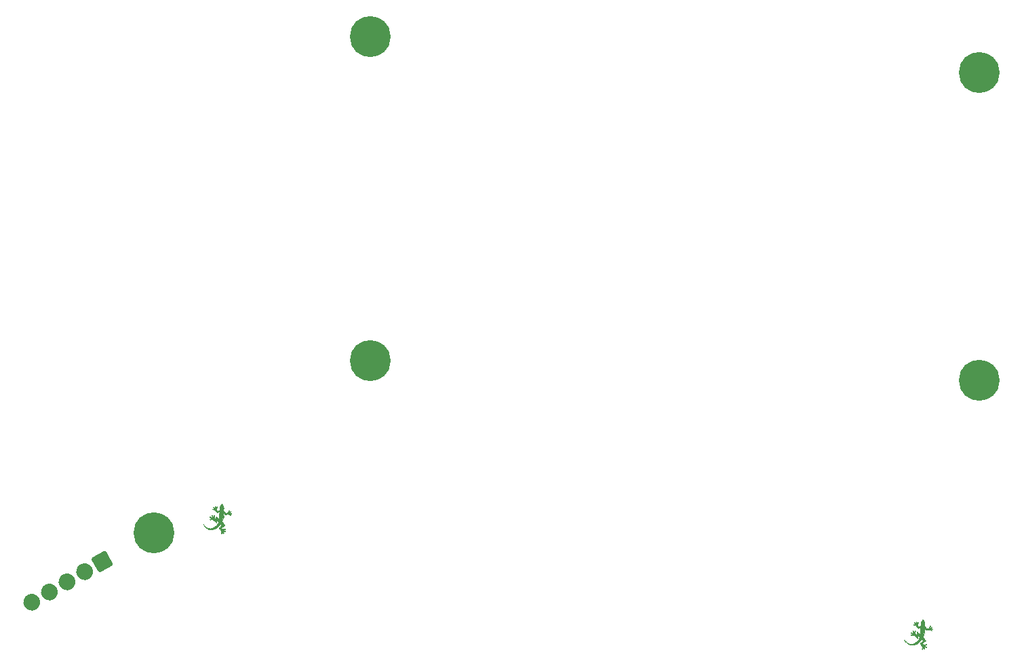
<source format=gts>
G04 #@! TF.GenerationSoftware,KiCad,Pcbnew,(5.1.12-1-10_14)*
G04 #@! TF.CreationDate,2021-12-25T11:36:38+00:00*
G04 #@! TF.ProjectId,SofleKeyboardTopPlate,536f666c-654b-4657-9962-6f617264546f,rev?*
G04 #@! TF.SameCoordinates,Original*
G04 #@! TF.FileFunction,Soldermask,Top*
G04 #@! TF.FilePolarity,Negative*
%FSLAX46Y46*%
G04 Gerber Fmt 4.6, Leading zero omitted, Abs format (unit mm)*
G04 Created by KiCad (PCBNEW (5.1.12-1-10_14)) date 2021-12-25 11:36:38*
%MOMM*%
%LPD*%
G01*
G04 APERTURE LIST*
%ADD10C,0.010000*%
%ADD11C,5.100000*%
G04 APERTURE END LIST*
D10*
G36*
X112468318Y-116856032D02*
G01*
X112496566Y-116900878D01*
X112527606Y-116970368D01*
X112541278Y-117005363D01*
X112563844Y-117061544D01*
X112584741Y-117107842D01*
X112601739Y-117139691D01*
X112612612Y-117152526D01*
X112613125Y-117152595D01*
X112624513Y-117164147D01*
X112628992Y-117195160D01*
X112629000Y-117196792D01*
X112633997Y-117238612D01*
X112646270Y-117283809D01*
X112648708Y-117290243D01*
X112657080Y-117314436D01*
X112661426Y-117339074D01*
X112661778Y-117370171D01*
X112658165Y-117413743D01*
X112650616Y-117475805D01*
X112649658Y-117483171D01*
X112630898Y-117626841D01*
X112771872Y-117811995D01*
X112816855Y-117871074D01*
X112856325Y-117922909D01*
X112887787Y-117964224D01*
X112908748Y-117991744D01*
X112916674Y-118002143D01*
X112930704Y-118002137D01*
X112962604Y-117995278D01*
X113006384Y-117983427D01*
X113056058Y-117968447D01*
X113105637Y-117952200D01*
X113149132Y-117936549D01*
X113180556Y-117923356D01*
X113192376Y-117916398D01*
X113213102Y-117890792D01*
X113237849Y-117849920D01*
X113262846Y-117801484D01*
X113284324Y-117753187D01*
X113298511Y-117712730D01*
X113302100Y-117692268D01*
X113310261Y-117663887D01*
X113329639Y-117650151D01*
X113352574Y-117655704D01*
X113356610Y-117659230D01*
X113364711Y-117677419D01*
X113355756Y-117698844D01*
X113346490Y-117726125D01*
X113340922Y-117766532D01*
X113340200Y-117786571D01*
X113343946Y-117830386D01*
X113356701Y-117854353D01*
X113380732Y-117858956D01*
X113418311Y-117844678D01*
X113468845Y-117813918D01*
X113513550Y-117784694D01*
X113542006Y-117768692D01*
X113558757Y-117764548D01*
X113568347Y-117770898D01*
X113573832Y-117782396D01*
X113575613Y-117810223D01*
X113556343Y-117824436D01*
X113543717Y-117825700D01*
X113521223Y-117835822D01*
X113493807Y-117861034D01*
X113467696Y-117893604D01*
X113449118Y-117925800D01*
X113444172Y-117949289D01*
X113457575Y-117967955D01*
X113485790Y-117988072D01*
X113520392Y-118005490D01*
X113552955Y-118016061D01*
X113575055Y-118015635D01*
X113576715Y-118014560D01*
X113598588Y-118008743D01*
X113621269Y-118016223D01*
X113632097Y-118032685D01*
X113632105Y-118033433D01*
X113623737Y-118063269D01*
X113602707Y-118073722D01*
X113583950Y-118068311D01*
X113551941Y-118058136D01*
X113511157Y-118053960D01*
X113470043Y-118055474D01*
X113437045Y-118062373D01*
X113420648Y-118074245D01*
X113424824Y-118093525D01*
X113442994Y-118121735D01*
X113469145Y-118152156D01*
X113497265Y-118178069D01*
X113521341Y-118192755D01*
X113527810Y-118194000D01*
X113540501Y-118202785D01*
X113540970Y-118222531D01*
X113531464Y-118243321D01*
X113514228Y-118255239D01*
X113513924Y-118255299D01*
X113491724Y-118249040D01*
X113484287Y-118234805D01*
X113470162Y-118218503D01*
X113438302Y-118196374D01*
X113394773Y-118171464D01*
X113345638Y-118146819D01*
X113296963Y-118125484D01*
X113254813Y-118110507D01*
X113225696Y-118104933D01*
X113202049Y-118106720D01*
X113158811Y-118111741D01*
X113101485Y-118119294D01*
X113035573Y-118128677D01*
X113012794Y-118132069D01*
X112948186Y-118141436D01*
X112893188Y-118148728D01*
X112852344Y-118153395D01*
X112830198Y-118154888D01*
X112827582Y-118154461D01*
X112819850Y-118142453D01*
X112801297Y-118112898D01*
X112774459Y-118069852D01*
X112741868Y-118017373D01*
X112731033Y-117999887D01*
X112697281Y-117946209D01*
X112668348Y-117901739D01*
X112646750Y-117870227D01*
X112635004Y-117855425D01*
X112633718Y-117854847D01*
X112633221Y-117868252D01*
X112634225Y-117903575D01*
X112636569Y-117957393D01*
X112640092Y-118026278D01*
X112644630Y-118106805D01*
X112649195Y-118182310D01*
X112669293Y-118505150D01*
X112541235Y-118750899D01*
X112504146Y-118823453D01*
X112472074Y-118888857D01*
X112446605Y-118943654D01*
X112429321Y-118984389D01*
X112421808Y-119007605D01*
X112421914Y-119011249D01*
X112431650Y-119025371D01*
X112454103Y-119056880D01*
X112487019Y-119102643D01*
X112528142Y-119159531D01*
X112575217Y-119224410D01*
X112599930Y-119258386D01*
X112648738Y-119325707D01*
X112692293Y-119386305D01*
X112728431Y-119437125D01*
X112754987Y-119475114D01*
X112769797Y-119497217D01*
X112772128Y-119501381D01*
X112763186Y-119511580D01*
X112736520Y-119534363D01*
X112695007Y-119567460D01*
X112641525Y-119608601D01*
X112578953Y-119655513D01*
X112546450Y-119679476D01*
X112480158Y-119728368D01*
X112421118Y-119772442D01*
X112372304Y-119809436D01*
X112336686Y-119837088D01*
X112317237Y-119853136D01*
X112314524Y-119856032D01*
X112321771Y-119869292D01*
X112345480Y-119890562D01*
X112379775Y-119915763D01*
X112418777Y-119940821D01*
X112456608Y-119961657D01*
X112482950Y-119972839D01*
X112528836Y-119981922D01*
X112594894Y-119986321D01*
X112660750Y-119986175D01*
X112721907Y-119983721D01*
X112763276Y-119979641D01*
X112790462Y-119972895D01*
X112809070Y-119962443D01*
X112814715Y-119957604D01*
X112835302Y-119941050D01*
X112849568Y-119942003D01*
X112863071Y-119953885D01*
X112877095Y-119977517D01*
X112877380Y-119993726D01*
X112871043Y-120013187D01*
X112870300Y-120017488D01*
X112859231Y-120021205D01*
X112832531Y-120022798D01*
X112831777Y-120022800D01*
X112798477Y-120028577D01*
X112755350Y-120043359D01*
X112729393Y-120055161D01*
X112692523Y-120075540D01*
X112674043Y-120092044D01*
X112668813Y-120110357D01*
X112669490Y-120121379D01*
X112677655Y-120144615D01*
X112699454Y-120166699D01*
X112739752Y-120192414D01*
X112744498Y-120195095D01*
X112787395Y-120217607D01*
X112826172Y-120235330D01*
X112847872Y-120243067D01*
X112878086Y-120259217D01*
X112890480Y-120283960D01*
X112881664Y-120310159D01*
X112856736Y-120325852D01*
X112830588Y-120323340D01*
X112813604Y-120303630D01*
X112813580Y-120303557D01*
X112801439Y-120287989D01*
X112773234Y-120275518D01*
X112724350Y-120264119D01*
X112723189Y-120263899D01*
X112678200Y-120256096D01*
X112651146Y-120254285D01*
X112635149Y-120259023D01*
X112623334Y-120270867D01*
X112622418Y-120272067D01*
X112610412Y-120291540D01*
X112605086Y-120313828D01*
X112605776Y-120346397D01*
X112611529Y-120394609D01*
X112620705Y-120435200D01*
X112635434Y-120455337D01*
X112643307Y-120458700D01*
X112659654Y-120468329D01*
X112658173Y-120489066D01*
X112656220Y-120494693D01*
X112637518Y-120521723D01*
X112613584Y-120529086D01*
X112592108Y-120516570D01*
X112582858Y-120496699D01*
X112572533Y-120464443D01*
X112555996Y-120421388D01*
X112545199Y-120395925D01*
X112523494Y-120354148D01*
X112502400Y-120331869D01*
X112483907Y-120324674D01*
X112465938Y-120323182D01*
X112453424Y-120330440D01*
X112442552Y-120351456D01*
X112429509Y-120391235D01*
X112427077Y-120399305D01*
X112415515Y-120445116D01*
X112409396Y-120484470D01*
X112409781Y-120506780D01*
X112407636Y-120534634D01*
X112389993Y-120551417D01*
X112365441Y-120554110D01*
X112342573Y-120539697D01*
X112337613Y-120532133D01*
X112332358Y-120507782D01*
X112344852Y-120491370D01*
X112353811Y-120480222D01*
X112358885Y-120461795D01*
X112360451Y-120431159D01*
X112358886Y-120383383D01*
X112356369Y-120340811D01*
X112352863Y-120290646D01*
X112348217Y-120250358D01*
X112340348Y-120215756D01*
X112327173Y-120182648D01*
X112306611Y-120146843D01*
X112276578Y-120104149D01*
X112234991Y-120050374D01*
X112179767Y-119981327D01*
X112174478Y-119974744D01*
X112142793Y-119936556D01*
X112118581Y-119907072D01*
X112103060Y-119883175D01*
X112097445Y-119861746D01*
X112102952Y-119839667D01*
X112120798Y-119813818D01*
X112152198Y-119781081D01*
X112198368Y-119738338D01*
X112260525Y-119682471D01*
X112303648Y-119643490D01*
X112479946Y-119483215D01*
X112374883Y-119384707D01*
X112332446Y-119345541D01*
X112296790Y-119313801D01*
X112271922Y-119292976D01*
X112262084Y-119286448D01*
X112252540Y-119296630D01*
X112232898Y-119323920D01*
X112206327Y-119363764D01*
X112184966Y-119397224D01*
X112125908Y-119480294D01*
X112051258Y-119568610D01*
X111967686Y-119655183D01*
X111881860Y-119733026D01*
X111814314Y-119785560D01*
X111744594Y-119829960D01*
X111661176Y-119875371D01*
X111572621Y-119917697D01*
X111487488Y-119952837D01*
X111416150Y-119976214D01*
X111330402Y-119994799D01*
X111233572Y-120008921D01*
X111135518Y-120017588D01*
X111046103Y-120019808D01*
X111002867Y-120017816D01*
X110850972Y-119992813D01*
X110704418Y-119944030D01*
X110565297Y-119872877D01*
X110435702Y-119780765D01*
X110317724Y-119669106D01*
X110213454Y-119539309D01*
X110153483Y-119444950D01*
X110124210Y-119394150D01*
X110159446Y-119438600D01*
X110202444Y-119488400D01*
X110257761Y-119546071D01*
X110319775Y-119606340D01*
X110382862Y-119663931D01*
X110441399Y-119713569D01*
X110489763Y-119749981D01*
X110495400Y-119753721D01*
X110621824Y-119822651D01*
X110754971Y-119870911D01*
X110891051Y-119897852D01*
X111026274Y-119902823D01*
X111156851Y-119885173D01*
X111197955Y-119874369D01*
X111277725Y-119845860D01*
X111367993Y-119805771D01*
X111459584Y-119758592D01*
X111543325Y-119708812D01*
X111563337Y-119695550D01*
X111631796Y-119645689D01*
X111693117Y-119593145D01*
X111750341Y-119534288D01*
X111806512Y-119465490D01*
X111864670Y-119383122D01*
X111927859Y-119283556D01*
X111975154Y-119204344D01*
X112049200Y-119078039D01*
X111929525Y-118966936D01*
X111884749Y-118926694D01*
X111847051Y-118895325D01*
X111819951Y-118875572D01*
X111806967Y-118870175D01*
X111806388Y-118870991D01*
X111803936Y-118888795D01*
X111799714Y-118926592D01*
X111794284Y-118979084D01*
X111788212Y-119040971D01*
X111787338Y-119050129D01*
X111771750Y-119214109D01*
X111567948Y-119017576D01*
X111498935Y-118951500D01*
X111444894Y-118901121D01*
X111402920Y-118864089D01*
X111370107Y-118838058D01*
X111343550Y-118820680D01*
X111320343Y-118809608D01*
X111303751Y-118804132D01*
X111258100Y-118796084D01*
X111201559Y-118792868D01*
X111141141Y-118794064D01*
X111083857Y-118799253D01*
X111036719Y-118808016D01*
X111006737Y-118819934D01*
X111004069Y-118822043D01*
X110983436Y-118834646D01*
X110962959Y-118827093D01*
X110959856Y-118824883D01*
X110942131Y-118800751D01*
X110944941Y-118776377D01*
X110965741Y-118760520D01*
X110979151Y-118758509D01*
X111009008Y-118753155D01*
X111049243Y-118740243D01*
X111091479Y-118723207D01*
X111127340Y-118705477D01*
X111148451Y-118690486D01*
X111149921Y-118688536D01*
X111155294Y-118658468D01*
X111135513Y-118626683D01*
X111090754Y-118593400D01*
X111064154Y-118578828D01*
X111020867Y-118557441D01*
X110984190Y-118540466D01*
X110962125Y-118531602D01*
X110943911Y-118515337D01*
X110941380Y-118488868D01*
X110955140Y-118463239D01*
X110980798Y-118448845D01*
X111001716Y-118457471D01*
X111009285Y-118471935D01*
X111024965Y-118489818D01*
X111061654Y-118506069D01*
X111095866Y-118515859D01*
X111139206Y-118526226D01*
X111165495Y-118529600D01*
X111182190Y-118525658D01*
X111196749Y-118514075D01*
X111199523Y-118511347D01*
X111216271Y-118479710D01*
X111222718Y-118435250D01*
X111219215Y-118388065D01*
X111206112Y-118348249D01*
X111193287Y-118331664D01*
X111171269Y-118302124D01*
X111173407Y-118273306D01*
X111182270Y-118261509D01*
X111204803Y-118252544D01*
X111229280Y-118258461D01*
X111243943Y-118275549D01*
X111244698Y-118281206D01*
X111249561Y-118302947D01*
X111262284Y-118339628D01*
X111279274Y-118381325D01*
X111299313Y-118424297D01*
X111315211Y-118448435D01*
X111331327Y-118458838D01*
X111347115Y-118460700D01*
X111366407Y-118458006D01*
X111380029Y-118446183D01*
X111392163Y-118419615D01*
X111403165Y-118385438D01*
X111414289Y-118340956D01*
X111419745Y-118302878D01*
X111419022Y-118283672D01*
X111421827Y-118256694D01*
X111440511Y-118240385D01*
X111466304Y-118239270D01*
X111484058Y-118250115D01*
X111497503Y-118270616D01*
X111490508Y-118293045D01*
X111488926Y-118295632D01*
X111480985Y-118322301D01*
X111475677Y-118370609D01*
X111473369Y-118436894D01*
X111473300Y-118452131D01*
X111473300Y-118583608D01*
X111571458Y-118719758D01*
X111607263Y-118769889D01*
X111634070Y-118805877D01*
X111653623Y-118826241D01*
X111667662Y-118829498D01*
X111677930Y-118814168D01*
X111686169Y-118778767D01*
X111694120Y-118721814D01*
X111703526Y-118641826D01*
X111708023Y-118603575D01*
X111716427Y-118536901D01*
X111724476Y-118480172D01*
X111731487Y-118437697D01*
X111736776Y-118413783D01*
X111738708Y-118410104D01*
X111750028Y-118418297D01*
X111777170Y-118441038D01*
X111817184Y-118475761D01*
X111867122Y-118519903D01*
X111924035Y-118570897D01*
X111935815Y-118581530D01*
X111993385Y-118633288D01*
X112044192Y-118678453D01*
X112085381Y-118714530D01*
X112114097Y-118739023D01*
X112127485Y-118749436D01*
X112128083Y-118749601D01*
X112128331Y-118736505D01*
X112127091Y-118702703D01*
X112124581Y-118652832D01*
X112121018Y-118591527D01*
X112119589Y-118568650D01*
X112116029Y-118500195D01*
X112114622Y-118435160D01*
X112115542Y-118367824D01*
X112118965Y-118292471D01*
X112125064Y-118203382D01*
X112134016Y-118094839D01*
X112134101Y-118093862D01*
X112141220Y-118009940D01*
X112147255Y-117934878D01*
X112151948Y-117872233D01*
X112155040Y-117825560D01*
X112156273Y-117798417D01*
X112155988Y-117792954D01*
X112144089Y-117797274D01*
X112114466Y-117811906D01*
X112071473Y-117834606D01*
X112019465Y-117863130D01*
X112014917Y-117865667D01*
X111962449Y-117894523D01*
X111918725Y-117917695D01*
X111888069Y-117932956D01*
X111874803Y-117938078D01*
X111874616Y-117937975D01*
X111854327Y-117912222D01*
X111822400Y-117874131D01*
X111782149Y-117827416D01*
X111736886Y-117775791D01*
X111689926Y-117722970D01*
X111644580Y-117672667D01*
X111604163Y-117628596D01*
X111571988Y-117594470D01*
X111551367Y-117574004D01*
X111546372Y-117570026D01*
X111503066Y-117550180D01*
X111452672Y-117532003D01*
X111402080Y-117517384D01*
X111358179Y-117508210D01*
X111327857Y-117506370D01*
X111320858Y-117508222D01*
X111295879Y-117510383D01*
X111277010Y-117495098D01*
X111272677Y-117470218D01*
X111274276Y-117464834D01*
X111283239Y-117455451D01*
X111304184Y-117451194D01*
X111342167Y-117451504D01*
X111375374Y-117453660D01*
X111423577Y-117456864D01*
X111452295Y-117456548D01*
X111467347Y-117451407D01*
X111474553Y-117440136D01*
X111477294Y-117430797D01*
X111478213Y-117402641D01*
X111464785Y-117371205D01*
X111434631Y-117332287D01*
X111402306Y-117298352D01*
X111373490Y-117262940D01*
X111364746Y-117235914D01*
X111376240Y-117219707D01*
X111396701Y-117216100D01*
X111418406Y-117224952D01*
X111422522Y-117238325D01*
X111433272Y-117259368D01*
X111460191Y-117283479D01*
X111495337Y-117305735D01*
X111530765Y-117321215D01*
X111558536Y-117325000D01*
X111561327Y-117324326D01*
X111581459Y-117306677D01*
X111598788Y-117273074D01*
X111610375Y-117232960D01*
X111613278Y-117195780D01*
X111607775Y-117175141D01*
X111601760Y-117150657D01*
X111609289Y-117138530D01*
X111632176Y-117128958D01*
X111652915Y-117138782D01*
X111662483Y-117162944D01*
X111662337Y-117168273D01*
X111661253Y-117197843D01*
X111661328Y-117240178D01*
X111661824Y-117262243D01*
X111664924Y-117302675D01*
X111672669Y-117324301D01*
X111687455Y-117333617D01*
X111688233Y-117333826D01*
X111710788Y-117328149D01*
X111738993Y-117305866D01*
X111767127Y-117273085D01*
X111789466Y-117235913D01*
X111796435Y-117218350D01*
X111811931Y-117195779D01*
X111833036Y-117193134D01*
X111856453Y-117204634D01*
X111864321Y-117224096D01*
X111854543Y-117242056D01*
X111844930Y-117246792D01*
X111830385Y-117261956D01*
X111812517Y-117295496D01*
X111793629Y-117341017D01*
X111776025Y-117392127D01*
X111762009Y-117442432D01*
X111753885Y-117485538D01*
X111752752Y-117502606D01*
X111760653Y-117534520D01*
X111783229Y-117582604D01*
X111818888Y-117643517D01*
X111823230Y-117650371D01*
X111893655Y-117760792D01*
X112029552Y-117689703D01*
X112083038Y-117661472D01*
X112128262Y-117637129D01*
X112160464Y-117619270D01*
X112174881Y-117610489D01*
X112174889Y-117610482D01*
X112177779Y-117595248D01*
X112178334Y-117560246D01*
X112176605Y-117510997D01*
X112173511Y-117463748D01*
X112169100Y-117399974D01*
X112167905Y-117355072D01*
X112170347Y-117322671D01*
X112176844Y-117296398D01*
X112186018Y-117273798D01*
X112200996Y-117231579D01*
X112209144Y-117190687D01*
X112209621Y-117182106D01*
X112215970Y-117148906D01*
X112229930Y-117137656D01*
X112243269Y-117124905D01*
X112263877Y-117093243D01*
X112289088Y-117047136D01*
X112312016Y-117000200D01*
X112350707Y-116922369D01*
X112384056Y-116869000D01*
X112413690Y-116840130D01*
X112441235Y-116835795D01*
X112468318Y-116856032D01*
G37*
X112468318Y-116856032D02*
X112496566Y-116900878D01*
X112527606Y-116970368D01*
X112541278Y-117005363D01*
X112563844Y-117061544D01*
X112584741Y-117107842D01*
X112601739Y-117139691D01*
X112612612Y-117152526D01*
X112613125Y-117152595D01*
X112624513Y-117164147D01*
X112628992Y-117195160D01*
X112629000Y-117196792D01*
X112633997Y-117238612D01*
X112646270Y-117283809D01*
X112648708Y-117290243D01*
X112657080Y-117314436D01*
X112661426Y-117339074D01*
X112661778Y-117370171D01*
X112658165Y-117413743D01*
X112650616Y-117475805D01*
X112649658Y-117483171D01*
X112630898Y-117626841D01*
X112771872Y-117811995D01*
X112816855Y-117871074D01*
X112856325Y-117922909D01*
X112887787Y-117964224D01*
X112908748Y-117991744D01*
X112916674Y-118002143D01*
X112930704Y-118002137D01*
X112962604Y-117995278D01*
X113006384Y-117983427D01*
X113056058Y-117968447D01*
X113105637Y-117952200D01*
X113149132Y-117936549D01*
X113180556Y-117923356D01*
X113192376Y-117916398D01*
X113213102Y-117890792D01*
X113237849Y-117849920D01*
X113262846Y-117801484D01*
X113284324Y-117753187D01*
X113298511Y-117712730D01*
X113302100Y-117692268D01*
X113310261Y-117663887D01*
X113329639Y-117650151D01*
X113352574Y-117655704D01*
X113356610Y-117659230D01*
X113364711Y-117677419D01*
X113355756Y-117698844D01*
X113346490Y-117726125D01*
X113340922Y-117766532D01*
X113340200Y-117786571D01*
X113343946Y-117830386D01*
X113356701Y-117854353D01*
X113380732Y-117858956D01*
X113418311Y-117844678D01*
X113468845Y-117813918D01*
X113513550Y-117784694D01*
X113542006Y-117768692D01*
X113558757Y-117764548D01*
X113568347Y-117770898D01*
X113573832Y-117782396D01*
X113575613Y-117810223D01*
X113556343Y-117824436D01*
X113543717Y-117825700D01*
X113521223Y-117835822D01*
X113493807Y-117861034D01*
X113467696Y-117893604D01*
X113449118Y-117925800D01*
X113444172Y-117949289D01*
X113457575Y-117967955D01*
X113485790Y-117988072D01*
X113520392Y-118005490D01*
X113552955Y-118016061D01*
X113575055Y-118015635D01*
X113576715Y-118014560D01*
X113598588Y-118008743D01*
X113621269Y-118016223D01*
X113632097Y-118032685D01*
X113632105Y-118033433D01*
X113623737Y-118063269D01*
X113602707Y-118073722D01*
X113583950Y-118068311D01*
X113551941Y-118058136D01*
X113511157Y-118053960D01*
X113470043Y-118055474D01*
X113437045Y-118062373D01*
X113420648Y-118074245D01*
X113424824Y-118093525D01*
X113442994Y-118121735D01*
X113469145Y-118152156D01*
X113497265Y-118178069D01*
X113521341Y-118192755D01*
X113527810Y-118194000D01*
X113540501Y-118202785D01*
X113540970Y-118222531D01*
X113531464Y-118243321D01*
X113514228Y-118255239D01*
X113513924Y-118255299D01*
X113491724Y-118249040D01*
X113484287Y-118234805D01*
X113470162Y-118218503D01*
X113438302Y-118196374D01*
X113394773Y-118171464D01*
X113345638Y-118146819D01*
X113296963Y-118125484D01*
X113254813Y-118110507D01*
X113225696Y-118104933D01*
X113202049Y-118106720D01*
X113158811Y-118111741D01*
X113101485Y-118119294D01*
X113035573Y-118128677D01*
X113012794Y-118132069D01*
X112948186Y-118141436D01*
X112893188Y-118148728D01*
X112852344Y-118153395D01*
X112830198Y-118154888D01*
X112827582Y-118154461D01*
X112819850Y-118142453D01*
X112801297Y-118112898D01*
X112774459Y-118069852D01*
X112741868Y-118017373D01*
X112731033Y-117999887D01*
X112697281Y-117946209D01*
X112668348Y-117901739D01*
X112646750Y-117870227D01*
X112635004Y-117855425D01*
X112633718Y-117854847D01*
X112633221Y-117868252D01*
X112634225Y-117903575D01*
X112636569Y-117957393D01*
X112640092Y-118026278D01*
X112644630Y-118106805D01*
X112649195Y-118182310D01*
X112669293Y-118505150D01*
X112541235Y-118750899D01*
X112504146Y-118823453D01*
X112472074Y-118888857D01*
X112446605Y-118943654D01*
X112429321Y-118984389D01*
X112421808Y-119007605D01*
X112421914Y-119011249D01*
X112431650Y-119025371D01*
X112454103Y-119056880D01*
X112487019Y-119102643D01*
X112528142Y-119159531D01*
X112575217Y-119224410D01*
X112599930Y-119258386D01*
X112648738Y-119325707D01*
X112692293Y-119386305D01*
X112728431Y-119437125D01*
X112754987Y-119475114D01*
X112769797Y-119497217D01*
X112772128Y-119501381D01*
X112763186Y-119511580D01*
X112736520Y-119534363D01*
X112695007Y-119567460D01*
X112641525Y-119608601D01*
X112578953Y-119655513D01*
X112546450Y-119679476D01*
X112480158Y-119728368D01*
X112421118Y-119772442D01*
X112372304Y-119809436D01*
X112336686Y-119837088D01*
X112317237Y-119853136D01*
X112314524Y-119856032D01*
X112321771Y-119869292D01*
X112345480Y-119890562D01*
X112379775Y-119915763D01*
X112418777Y-119940821D01*
X112456608Y-119961657D01*
X112482950Y-119972839D01*
X112528836Y-119981922D01*
X112594894Y-119986321D01*
X112660750Y-119986175D01*
X112721907Y-119983721D01*
X112763276Y-119979641D01*
X112790462Y-119972895D01*
X112809070Y-119962443D01*
X112814715Y-119957604D01*
X112835302Y-119941050D01*
X112849568Y-119942003D01*
X112863071Y-119953885D01*
X112877095Y-119977517D01*
X112877380Y-119993726D01*
X112871043Y-120013187D01*
X112870300Y-120017488D01*
X112859231Y-120021205D01*
X112832531Y-120022798D01*
X112831777Y-120022800D01*
X112798477Y-120028577D01*
X112755350Y-120043359D01*
X112729393Y-120055161D01*
X112692523Y-120075540D01*
X112674043Y-120092044D01*
X112668813Y-120110357D01*
X112669490Y-120121379D01*
X112677655Y-120144615D01*
X112699454Y-120166699D01*
X112739752Y-120192414D01*
X112744498Y-120195095D01*
X112787395Y-120217607D01*
X112826172Y-120235330D01*
X112847872Y-120243067D01*
X112878086Y-120259217D01*
X112890480Y-120283960D01*
X112881664Y-120310159D01*
X112856736Y-120325852D01*
X112830588Y-120323340D01*
X112813604Y-120303630D01*
X112813580Y-120303557D01*
X112801439Y-120287989D01*
X112773234Y-120275518D01*
X112724350Y-120264119D01*
X112723189Y-120263899D01*
X112678200Y-120256096D01*
X112651146Y-120254285D01*
X112635149Y-120259023D01*
X112623334Y-120270867D01*
X112622418Y-120272067D01*
X112610412Y-120291540D01*
X112605086Y-120313828D01*
X112605776Y-120346397D01*
X112611529Y-120394609D01*
X112620705Y-120435200D01*
X112635434Y-120455337D01*
X112643307Y-120458700D01*
X112659654Y-120468329D01*
X112658173Y-120489066D01*
X112656220Y-120494693D01*
X112637518Y-120521723D01*
X112613584Y-120529086D01*
X112592108Y-120516570D01*
X112582858Y-120496699D01*
X112572533Y-120464443D01*
X112555996Y-120421388D01*
X112545199Y-120395925D01*
X112523494Y-120354148D01*
X112502400Y-120331869D01*
X112483907Y-120324674D01*
X112465938Y-120323182D01*
X112453424Y-120330440D01*
X112442552Y-120351456D01*
X112429509Y-120391235D01*
X112427077Y-120399305D01*
X112415515Y-120445116D01*
X112409396Y-120484470D01*
X112409781Y-120506780D01*
X112407636Y-120534634D01*
X112389993Y-120551417D01*
X112365441Y-120554110D01*
X112342573Y-120539697D01*
X112337613Y-120532133D01*
X112332358Y-120507782D01*
X112344852Y-120491370D01*
X112353811Y-120480222D01*
X112358885Y-120461795D01*
X112360451Y-120431159D01*
X112358886Y-120383383D01*
X112356369Y-120340811D01*
X112352863Y-120290646D01*
X112348217Y-120250358D01*
X112340348Y-120215756D01*
X112327173Y-120182648D01*
X112306611Y-120146843D01*
X112276578Y-120104149D01*
X112234991Y-120050374D01*
X112179767Y-119981327D01*
X112174478Y-119974744D01*
X112142793Y-119936556D01*
X112118581Y-119907072D01*
X112103060Y-119883175D01*
X112097445Y-119861746D01*
X112102952Y-119839667D01*
X112120798Y-119813818D01*
X112152198Y-119781081D01*
X112198368Y-119738338D01*
X112260525Y-119682471D01*
X112303648Y-119643490D01*
X112479946Y-119483215D01*
X112374883Y-119384707D01*
X112332446Y-119345541D01*
X112296790Y-119313801D01*
X112271922Y-119292976D01*
X112262084Y-119286448D01*
X112252540Y-119296630D01*
X112232898Y-119323920D01*
X112206327Y-119363764D01*
X112184966Y-119397224D01*
X112125908Y-119480294D01*
X112051258Y-119568610D01*
X111967686Y-119655183D01*
X111881860Y-119733026D01*
X111814314Y-119785560D01*
X111744594Y-119829960D01*
X111661176Y-119875371D01*
X111572621Y-119917697D01*
X111487488Y-119952837D01*
X111416150Y-119976214D01*
X111330402Y-119994799D01*
X111233572Y-120008921D01*
X111135518Y-120017588D01*
X111046103Y-120019808D01*
X111002867Y-120017816D01*
X110850972Y-119992813D01*
X110704418Y-119944030D01*
X110565297Y-119872877D01*
X110435702Y-119780765D01*
X110317724Y-119669106D01*
X110213454Y-119539309D01*
X110153483Y-119444950D01*
X110124210Y-119394150D01*
X110159446Y-119438600D01*
X110202444Y-119488400D01*
X110257761Y-119546071D01*
X110319775Y-119606340D01*
X110382862Y-119663931D01*
X110441399Y-119713569D01*
X110489763Y-119749981D01*
X110495400Y-119753721D01*
X110621824Y-119822651D01*
X110754971Y-119870911D01*
X110891051Y-119897852D01*
X111026274Y-119902823D01*
X111156851Y-119885173D01*
X111197955Y-119874369D01*
X111277725Y-119845860D01*
X111367993Y-119805771D01*
X111459584Y-119758592D01*
X111543325Y-119708812D01*
X111563337Y-119695550D01*
X111631796Y-119645689D01*
X111693117Y-119593145D01*
X111750341Y-119534288D01*
X111806512Y-119465490D01*
X111864670Y-119383122D01*
X111927859Y-119283556D01*
X111975154Y-119204344D01*
X112049200Y-119078039D01*
X111929525Y-118966936D01*
X111884749Y-118926694D01*
X111847051Y-118895325D01*
X111819951Y-118875572D01*
X111806967Y-118870175D01*
X111806388Y-118870991D01*
X111803936Y-118888795D01*
X111799714Y-118926592D01*
X111794284Y-118979084D01*
X111788212Y-119040971D01*
X111787338Y-119050129D01*
X111771750Y-119214109D01*
X111567948Y-119017576D01*
X111498935Y-118951500D01*
X111444894Y-118901121D01*
X111402920Y-118864089D01*
X111370107Y-118838058D01*
X111343550Y-118820680D01*
X111320343Y-118809608D01*
X111303751Y-118804132D01*
X111258100Y-118796084D01*
X111201559Y-118792868D01*
X111141141Y-118794064D01*
X111083857Y-118799253D01*
X111036719Y-118808016D01*
X111006737Y-118819934D01*
X111004069Y-118822043D01*
X110983436Y-118834646D01*
X110962959Y-118827093D01*
X110959856Y-118824883D01*
X110942131Y-118800751D01*
X110944941Y-118776377D01*
X110965741Y-118760520D01*
X110979151Y-118758509D01*
X111009008Y-118753155D01*
X111049243Y-118740243D01*
X111091479Y-118723207D01*
X111127340Y-118705477D01*
X111148451Y-118690486D01*
X111149921Y-118688536D01*
X111155294Y-118658468D01*
X111135513Y-118626683D01*
X111090754Y-118593400D01*
X111064154Y-118578828D01*
X111020867Y-118557441D01*
X110984190Y-118540466D01*
X110962125Y-118531602D01*
X110943911Y-118515337D01*
X110941380Y-118488868D01*
X110955140Y-118463239D01*
X110980798Y-118448845D01*
X111001716Y-118457471D01*
X111009285Y-118471935D01*
X111024965Y-118489818D01*
X111061654Y-118506069D01*
X111095866Y-118515859D01*
X111139206Y-118526226D01*
X111165495Y-118529600D01*
X111182190Y-118525658D01*
X111196749Y-118514075D01*
X111199523Y-118511347D01*
X111216271Y-118479710D01*
X111222718Y-118435250D01*
X111219215Y-118388065D01*
X111206112Y-118348249D01*
X111193287Y-118331664D01*
X111171269Y-118302124D01*
X111173407Y-118273306D01*
X111182270Y-118261509D01*
X111204803Y-118252544D01*
X111229280Y-118258461D01*
X111243943Y-118275549D01*
X111244698Y-118281206D01*
X111249561Y-118302947D01*
X111262284Y-118339628D01*
X111279274Y-118381325D01*
X111299313Y-118424297D01*
X111315211Y-118448435D01*
X111331327Y-118458838D01*
X111347115Y-118460700D01*
X111366407Y-118458006D01*
X111380029Y-118446183D01*
X111392163Y-118419615D01*
X111403165Y-118385438D01*
X111414289Y-118340956D01*
X111419745Y-118302878D01*
X111419022Y-118283672D01*
X111421827Y-118256694D01*
X111440511Y-118240385D01*
X111466304Y-118239270D01*
X111484058Y-118250115D01*
X111497503Y-118270616D01*
X111490508Y-118293045D01*
X111488926Y-118295632D01*
X111480985Y-118322301D01*
X111475677Y-118370609D01*
X111473369Y-118436894D01*
X111473300Y-118452131D01*
X111473300Y-118583608D01*
X111571458Y-118719758D01*
X111607263Y-118769889D01*
X111634070Y-118805877D01*
X111653623Y-118826241D01*
X111667662Y-118829498D01*
X111677930Y-118814168D01*
X111686169Y-118778767D01*
X111694120Y-118721814D01*
X111703526Y-118641826D01*
X111708023Y-118603575D01*
X111716427Y-118536901D01*
X111724476Y-118480172D01*
X111731487Y-118437697D01*
X111736776Y-118413783D01*
X111738708Y-118410104D01*
X111750028Y-118418297D01*
X111777170Y-118441038D01*
X111817184Y-118475761D01*
X111867122Y-118519903D01*
X111924035Y-118570897D01*
X111935815Y-118581530D01*
X111993385Y-118633288D01*
X112044192Y-118678453D01*
X112085381Y-118714530D01*
X112114097Y-118739023D01*
X112127485Y-118749436D01*
X112128083Y-118749601D01*
X112128331Y-118736505D01*
X112127091Y-118702703D01*
X112124581Y-118652832D01*
X112121018Y-118591527D01*
X112119589Y-118568650D01*
X112116029Y-118500195D01*
X112114622Y-118435160D01*
X112115542Y-118367824D01*
X112118965Y-118292471D01*
X112125064Y-118203382D01*
X112134016Y-118094839D01*
X112134101Y-118093862D01*
X112141220Y-118009940D01*
X112147255Y-117934878D01*
X112151948Y-117872233D01*
X112155040Y-117825560D01*
X112156273Y-117798417D01*
X112155988Y-117792954D01*
X112144089Y-117797274D01*
X112114466Y-117811906D01*
X112071473Y-117834606D01*
X112019465Y-117863130D01*
X112014917Y-117865667D01*
X111962449Y-117894523D01*
X111918725Y-117917695D01*
X111888069Y-117932956D01*
X111874803Y-117938078D01*
X111874616Y-117937975D01*
X111854327Y-117912222D01*
X111822400Y-117874131D01*
X111782149Y-117827416D01*
X111736886Y-117775791D01*
X111689926Y-117722970D01*
X111644580Y-117672667D01*
X111604163Y-117628596D01*
X111571988Y-117594470D01*
X111551367Y-117574004D01*
X111546372Y-117570026D01*
X111503066Y-117550180D01*
X111452672Y-117532003D01*
X111402080Y-117517384D01*
X111358179Y-117508210D01*
X111327857Y-117506370D01*
X111320858Y-117508222D01*
X111295879Y-117510383D01*
X111277010Y-117495098D01*
X111272677Y-117470218D01*
X111274276Y-117464834D01*
X111283239Y-117455451D01*
X111304184Y-117451194D01*
X111342167Y-117451504D01*
X111375374Y-117453660D01*
X111423577Y-117456864D01*
X111452295Y-117456548D01*
X111467347Y-117451407D01*
X111474553Y-117440136D01*
X111477294Y-117430797D01*
X111478213Y-117402641D01*
X111464785Y-117371205D01*
X111434631Y-117332287D01*
X111402306Y-117298352D01*
X111373490Y-117262940D01*
X111364746Y-117235914D01*
X111376240Y-117219707D01*
X111396701Y-117216100D01*
X111418406Y-117224952D01*
X111422522Y-117238325D01*
X111433272Y-117259368D01*
X111460191Y-117283479D01*
X111495337Y-117305735D01*
X111530765Y-117321215D01*
X111558536Y-117325000D01*
X111561327Y-117324326D01*
X111581459Y-117306677D01*
X111598788Y-117273074D01*
X111610375Y-117232960D01*
X111613278Y-117195780D01*
X111607775Y-117175141D01*
X111601760Y-117150657D01*
X111609289Y-117138530D01*
X111632176Y-117128958D01*
X111652915Y-117138782D01*
X111662483Y-117162944D01*
X111662337Y-117168273D01*
X111661253Y-117197843D01*
X111661328Y-117240178D01*
X111661824Y-117262243D01*
X111664924Y-117302675D01*
X111672669Y-117324301D01*
X111687455Y-117333617D01*
X111688233Y-117333826D01*
X111710788Y-117328149D01*
X111738993Y-117305866D01*
X111767127Y-117273085D01*
X111789466Y-117235913D01*
X111796435Y-117218350D01*
X111811931Y-117195779D01*
X111833036Y-117193134D01*
X111856453Y-117204634D01*
X111864321Y-117224096D01*
X111854543Y-117242056D01*
X111844930Y-117246792D01*
X111830385Y-117261956D01*
X111812517Y-117295496D01*
X111793629Y-117341017D01*
X111776025Y-117392127D01*
X111762009Y-117442432D01*
X111753885Y-117485538D01*
X111752752Y-117502606D01*
X111760653Y-117534520D01*
X111783229Y-117582604D01*
X111818888Y-117643517D01*
X111823230Y-117650371D01*
X111893655Y-117760792D01*
X112029552Y-117689703D01*
X112083038Y-117661472D01*
X112128262Y-117637129D01*
X112160464Y-117619270D01*
X112174881Y-117610489D01*
X112174889Y-117610482D01*
X112177779Y-117595248D01*
X112178334Y-117560246D01*
X112176605Y-117510997D01*
X112173511Y-117463748D01*
X112169100Y-117399974D01*
X112167905Y-117355072D01*
X112170347Y-117322671D01*
X112176844Y-117296398D01*
X112186018Y-117273798D01*
X112200996Y-117231579D01*
X112209144Y-117190687D01*
X112209621Y-117182106D01*
X112215970Y-117148906D01*
X112229930Y-117137656D01*
X112243269Y-117124905D01*
X112263877Y-117093243D01*
X112289088Y-117047136D01*
X112312016Y-117000200D01*
X112350707Y-116922369D01*
X112384056Y-116869000D01*
X112413690Y-116840130D01*
X112441235Y-116835795D01*
X112468318Y-116856032D01*
G36*
X199994318Y-131282032D02*
G01*
X200022566Y-131326878D01*
X200053606Y-131396368D01*
X200067278Y-131431363D01*
X200089844Y-131487544D01*
X200110741Y-131533842D01*
X200127739Y-131565691D01*
X200138612Y-131578526D01*
X200139125Y-131578595D01*
X200150513Y-131590147D01*
X200154992Y-131621160D01*
X200155000Y-131622792D01*
X200159997Y-131664612D01*
X200172270Y-131709809D01*
X200174708Y-131716243D01*
X200183080Y-131740436D01*
X200187426Y-131765074D01*
X200187778Y-131796171D01*
X200184165Y-131839743D01*
X200176616Y-131901805D01*
X200175658Y-131909171D01*
X200156898Y-132052841D01*
X200297872Y-132237995D01*
X200342855Y-132297074D01*
X200382325Y-132348909D01*
X200413787Y-132390224D01*
X200434748Y-132417744D01*
X200442674Y-132428143D01*
X200456704Y-132428137D01*
X200488604Y-132421278D01*
X200532384Y-132409427D01*
X200582058Y-132394447D01*
X200631637Y-132378200D01*
X200675132Y-132362549D01*
X200706556Y-132349356D01*
X200718376Y-132342398D01*
X200739102Y-132316792D01*
X200763849Y-132275920D01*
X200788846Y-132227484D01*
X200810324Y-132179187D01*
X200824511Y-132138730D01*
X200828100Y-132118268D01*
X200836261Y-132089887D01*
X200855639Y-132076151D01*
X200878574Y-132081704D01*
X200882610Y-132085230D01*
X200890711Y-132103419D01*
X200881756Y-132124844D01*
X200872490Y-132152125D01*
X200866922Y-132192532D01*
X200866200Y-132212571D01*
X200869946Y-132256386D01*
X200882701Y-132280353D01*
X200906732Y-132284956D01*
X200944311Y-132270678D01*
X200994845Y-132239918D01*
X201039550Y-132210694D01*
X201068006Y-132194692D01*
X201084757Y-132190548D01*
X201094347Y-132196898D01*
X201099832Y-132208396D01*
X201101613Y-132236223D01*
X201082343Y-132250436D01*
X201069717Y-132251700D01*
X201047223Y-132261822D01*
X201019807Y-132287034D01*
X200993696Y-132319604D01*
X200975118Y-132351800D01*
X200970172Y-132375289D01*
X200983575Y-132393955D01*
X201011790Y-132414072D01*
X201046392Y-132431490D01*
X201078955Y-132442061D01*
X201101055Y-132441635D01*
X201102715Y-132440560D01*
X201124588Y-132434743D01*
X201147269Y-132442223D01*
X201158097Y-132458685D01*
X201158105Y-132459433D01*
X201149737Y-132489269D01*
X201128707Y-132499722D01*
X201109950Y-132494311D01*
X201077941Y-132484136D01*
X201037157Y-132479960D01*
X200996043Y-132481474D01*
X200963045Y-132488373D01*
X200946648Y-132500245D01*
X200950824Y-132519525D01*
X200968994Y-132547735D01*
X200995145Y-132578156D01*
X201023265Y-132604069D01*
X201047341Y-132618755D01*
X201053810Y-132620000D01*
X201066501Y-132628785D01*
X201066970Y-132648531D01*
X201057464Y-132669321D01*
X201040228Y-132681239D01*
X201039924Y-132681299D01*
X201017724Y-132675040D01*
X201010287Y-132660805D01*
X200996162Y-132644503D01*
X200964302Y-132622374D01*
X200920773Y-132597464D01*
X200871638Y-132572819D01*
X200822963Y-132551484D01*
X200780813Y-132536507D01*
X200751696Y-132530933D01*
X200728049Y-132532720D01*
X200684811Y-132537741D01*
X200627485Y-132545294D01*
X200561573Y-132554677D01*
X200538794Y-132558069D01*
X200474186Y-132567436D01*
X200419188Y-132574728D01*
X200378344Y-132579395D01*
X200356198Y-132580888D01*
X200353582Y-132580461D01*
X200345850Y-132568453D01*
X200327297Y-132538898D01*
X200300459Y-132495852D01*
X200267868Y-132443373D01*
X200257033Y-132425887D01*
X200223281Y-132372209D01*
X200194348Y-132327739D01*
X200172750Y-132296227D01*
X200161004Y-132281425D01*
X200159718Y-132280847D01*
X200159221Y-132294252D01*
X200160225Y-132329575D01*
X200162569Y-132383393D01*
X200166092Y-132452278D01*
X200170630Y-132532805D01*
X200175195Y-132608310D01*
X200195293Y-132931150D01*
X200067235Y-133176899D01*
X200030146Y-133249453D01*
X199998074Y-133314857D01*
X199972605Y-133369654D01*
X199955321Y-133410389D01*
X199947808Y-133433605D01*
X199947914Y-133437249D01*
X199957650Y-133451371D01*
X199980103Y-133482880D01*
X200013019Y-133528643D01*
X200054142Y-133585531D01*
X200101217Y-133650410D01*
X200125930Y-133684386D01*
X200174738Y-133751707D01*
X200218293Y-133812305D01*
X200254431Y-133863125D01*
X200280987Y-133901114D01*
X200295797Y-133923217D01*
X200298128Y-133927381D01*
X200289186Y-133937580D01*
X200262520Y-133960363D01*
X200221007Y-133993460D01*
X200167525Y-134034601D01*
X200104953Y-134081513D01*
X200072450Y-134105476D01*
X200006158Y-134154368D01*
X199947118Y-134198442D01*
X199898304Y-134235436D01*
X199862686Y-134263088D01*
X199843237Y-134279136D01*
X199840524Y-134282032D01*
X199847771Y-134295292D01*
X199871480Y-134316562D01*
X199905775Y-134341763D01*
X199944777Y-134366821D01*
X199982608Y-134387657D01*
X200008950Y-134398839D01*
X200054836Y-134407922D01*
X200120894Y-134412321D01*
X200186750Y-134412175D01*
X200247907Y-134409721D01*
X200289276Y-134405641D01*
X200316462Y-134398895D01*
X200335070Y-134388443D01*
X200340715Y-134383604D01*
X200361302Y-134367050D01*
X200375568Y-134368003D01*
X200389071Y-134379885D01*
X200403095Y-134403517D01*
X200403380Y-134419726D01*
X200397043Y-134439187D01*
X200396300Y-134443488D01*
X200385231Y-134447205D01*
X200358531Y-134448798D01*
X200357777Y-134448800D01*
X200324477Y-134454577D01*
X200281350Y-134469359D01*
X200255393Y-134481161D01*
X200218523Y-134501540D01*
X200200043Y-134518044D01*
X200194813Y-134536357D01*
X200195490Y-134547379D01*
X200203655Y-134570615D01*
X200225454Y-134592699D01*
X200265752Y-134618414D01*
X200270498Y-134621095D01*
X200313395Y-134643607D01*
X200352172Y-134661330D01*
X200373872Y-134669067D01*
X200404086Y-134685217D01*
X200416480Y-134709960D01*
X200407664Y-134736159D01*
X200382736Y-134751852D01*
X200356588Y-134749340D01*
X200339604Y-134729630D01*
X200339580Y-134729557D01*
X200327439Y-134713989D01*
X200299234Y-134701518D01*
X200250350Y-134690119D01*
X200249189Y-134689899D01*
X200204200Y-134682096D01*
X200177146Y-134680285D01*
X200161149Y-134685023D01*
X200149334Y-134696867D01*
X200148418Y-134698067D01*
X200136412Y-134717540D01*
X200131086Y-134739828D01*
X200131776Y-134772397D01*
X200137529Y-134820609D01*
X200146705Y-134861200D01*
X200161434Y-134881337D01*
X200169307Y-134884700D01*
X200185654Y-134894329D01*
X200184173Y-134915066D01*
X200182220Y-134920693D01*
X200163518Y-134947723D01*
X200139584Y-134955086D01*
X200118108Y-134942570D01*
X200108858Y-134922699D01*
X200098533Y-134890443D01*
X200081996Y-134847388D01*
X200071199Y-134821925D01*
X200049494Y-134780148D01*
X200028400Y-134757869D01*
X200009907Y-134750674D01*
X199991938Y-134749182D01*
X199979424Y-134756440D01*
X199968552Y-134777456D01*
X199955509Y-134817235D01*
X199953077Y-134825305D01*
X199941515Y-134871116D01*
X199935396Y-134910470D01*
X199935781Y-134932780D01*
X199933636Y-134960634D01*
X199915993Y-134977417D01*
X199891441Y-134980110D01*
X199868573Y-134965697D01*
X199863613Y-134958133D01*
X199858358Y-134933782D01*
X199870852Y-134917370D01*
X199879811Y-134906222D01*
X199884885Y-134887795D01*
X199886451Y-134857159D01*
X199884886Y-134809383D01*
X199882369Y-134766811D01*
X199878863Y-134716646D01*
X199874217Y-134676358D01*
X199866348Y-134641756D01*
X199853173Y-134608648D01*
X199832611Y-134572843D01*
X199802578Y-134530149D01*
X199760991Y-134476374D01*
X199705767Y-134407327D01*
X199700478Y-134400744D01*
X199668793Y-134362556D01*
X199644581Y-134333072D01*
X199629060Y-134309175D01*
X199623445Y-134287746D01*
X199628952Y-134265667D01*
X199646798Y-134239818D01*
X199678198Y-134207081D01*
X199724368Y-134164338D01*
X199786525Y-134108471D01*
X199829648Y-134069490D01*
X200005946Y-133909215D01*
X199900883Y-133810707D01*
X199858446Y-133771541D01*
X199822790Y-133739801D01*
X199797922Y-133718976D01*
X199788084Y-133712448D01*
X199778540Y-133722630D01*
X199758898Y-133749920D01*
X199732327Y-133789764D01*
X199710966Y-133823224D01*
X199651908Y-133906294D01*
X199577258Y-133994610D01*
X199493686Y-134081183D01*
X199407860Y-134159026D01*
X199340314Y-134211560D01*
X199270594Y-134255960D01*
X199187176Y-134301371D01*
X199098621Y-134343697D01*
X199013488Y-134378837D01*
X198942150Y-134402214D01*
X198856402Y-134420799D01*
X198759572Y-134434921D01*
X198661518Y-134443588D01*
X198572103Y-134445808D01*
X198528867Y-134443816D01*
X198376972Y-134418813D01*
X198230418Y-134370030D01*
X198091297Y-134298877D01*
X197961702Y-134206765D01*
X197843724Y-134095106D01*
X197739454Y-133965309D01*
X197679483Y-133870950D01*
X197650210Y-133820150D01*
X197685446Y-133864600D01*
X197728444Y-133914400D01*
X197783761Y-133972071D01*
X197845775Y-134032340D01*
X197908862Y-134089931D01*
X197967399Y-134139569D01*
X198015763Y-134175981D01*
X198021400Y-134179721D01*
X198147824Y-134248651D01*
X198280971Y-134296911D01*
X198417051Y-134323852D01*
X198552274Y-134328823D01*
X198682851Y-134311173D01*
X198723955Y-134300369D01*
X198803725Y-134271860D01*
X198893993Y-134231771D01*
X198985584Y-134184592D01*
X199069325Y-134134812D01*
X199089337Y-134121550D01*
X199157796Y-134071689D01*
X199219117Y-134019145D01*
X199276341Y-133960288D01*
X199332512Y-133891490D01*
X199390670Y-133809122D01*
X199453859Y-133709556D01*
X199501154Y-133630344D01*
X199575200Y-133504039D01*
X199455525Y-133392936D01*
X199410749Y-133352694D01*
X199373051Y-133321325D01*
X199345951Y-133301572D01*
X199332967Y-133296175D01*
X199332388Y-133296991D01*
X199329936Y-133314795D01*
X199325714Y-133352592D01*
X199320284Y-133405084D01*
X199314212Y-133466971D01*
X199313338Y-133476129D01*
X199297750Y-133640109D01*
X199093948Y-133443576D01*
X199024935Y-133377500D01*
X198970894Y-133327121D01*
X198928920Y-133290089D01*
X198896107Y-133264058D01*
X198869550Y-133246680D01*
X198846343Y-133235608D01*
X198829751Y-133230132D01*
X198784100Y-133222084D01*
X198727559Y-133218868D01*
X198667141Y-133220064D01*
X198609857Y-133225253D01*
X198562719Y-133234016D01*
X198532737Y-133245934D01*
X198530069Y-133248043D01*
X198509436Y-133260646D01*
X198488959Y-133253093D01*
X198485856Y-133250883D01*
X198468131Y-133226751D01*
X198470941Y-133202377D01*
X198491741Y-133186520D01*
X198505151Y-133184509D01*
X198535008Y-133179155D01*
X198575243Y-133166243D01*
X198617479Y-133149207D01*
X198653340Y-133131477D01*
X198674451Y-133116486D01*
X198675921Y-133114536D01*
X198681294Y-133084468D01*
X198661513Y-133052683D01*
X198616754Y-133019400D01*
X198590154Y-133004828D01*
X198546867Y-132983441D01*
X198510190Y-132966466D01*
X198488125Y-132957602D01*
X198469911Y-132941337D01*
X198467380Y-132914868D01*
X198481140Y-132889239D01*
X198506798Y-132874845D01*
X198527716Y-132883471D01*
X198535285Y-132897935D01*
X198550965Y-132915818D01*
X198587654Y-132932069D01*
X198621866Y-132941859D01*
X198665206Y-132952226D01*
X198691495Y-132955600D01*
X198708190Y-132951658D01*
X198722749Y-132940075D01*
X198725523Y-132937347D01*
X198742271Y-132905710D01*
X198748718Y-132861250D01*
X198745215Y-132814065D01*
X198732112Y-132774249D01*
X198719287Y-132757664D01*
X198697269Y-132728124D01*
X198699407Y-132699306D01*
X198708270Y-132687509D01*
X198730803Y-132678544D01*
X198755280Y-132684461D01*
X198769943Y-132701549D01*
X198770698Y-132707206D01*
X198775561Y-132728947D01*
X198788284Y-132765628D01*
X198805274Y-132807325D01*
X198825313Y-132850297D01*
X198841211Y-132874435D01*
X198857327Y-132884838D01*
X198873115Y-132886700D01*
X198892407Y-132884006D01*
X198906029Y-132872183D01*
X198918163Y-132845615D01*
X198929165Y-132811438D01*
X198940289Y-132766956D01*
X198945745Y-132728878D01*
X198945022Y-132709672D01*
X198947827Y-132682694D01*
X198966511Y-132666385D01*
X198992304Y-132665270D01*
X199010058Y-132676115D01*
X199023503Y-132696616D01*
X199016508Y-132719045D01*
X199014926Y-132721632D01*
X199006985Y-132748301D01*
X199001677Y-132796609D01*
X198999369Y-132862894D01*
X198999300Y-132878131D01*
X198999300Y-133009608D01*
X199097458Y-133145758D01*
X199133263Y-133195889D01*
X199160070Y-133231877D01*
X199179623Y-133252241D01*
X199193662Y-133255498D01*
X199203930Y-133240168D01*
X199212169Y-133204767D01*
X199220120Y-133147814D01*
X199229526Y-133067826D01*
X199234023Y-133029575D01*
X199242427Y-132962901D01*
X199250476Y-132906172D01*
X199257487Y-132863697D01*
X199262776Y-132839783D01*
X199264708Y-132836104D01*
X199276028Y-132844297D01*
X199303170Y-132867038D01*
X199343184Y-132901761D01*
X199393122Y-132945903D01*
X199450035Y-132996897D01*
X199461815Y-133007530D01*
X199519385Y-133059288D01*
X199570192Y-133104453D01*
X199611381Y-133140530D01*
X199640097Y-133165023D01*
X199653485Y-133175436D01*
X199654083Y-133175601D01*
X199654331Y-133162505D01*
X199653091Y-133128703D01*
X199650581Y-133078832D01*
X199647018Y-133017527D01*
X199645589Y-132994650D01*
X199642029Y-132926195D01*
X199640622Y-132861160D01*
X199641542Y-132793824D01*
X199644965Y-132718471D01*
X199651064Y-132629382D01*
X199660016Y-132520839D01*
X199660101Y-132519862D01*
X199667220Y-132435940D01*
X199673255Y-132360878D01*
X199677948Y-132298233D01*
X199681040Y-132251560D01*
X199682273Y-132224417D01*
X199681988Y-132218954D01*
X199670089Y-132223274D01*
X199640466Y-132237906D01*
X199597473Y-132260606D01*
X199545465Y-132289130D01*
X199540917Y-132291667D01*
X199488449Y-132320523D01*
X199444725Y-132343695D01*
X199414069Y-132358956D01*
X199400803Y-132364078D01*
X199400616Y-132363975D01*
X199380327Y-132338222D01*
X199348400Y-132300131D01*
X199308149Y-132253416D01*
X199262886Y-132201791D01*
X199215926Y-132148970D01*
X199170580Y-132098667D01*
X199130163Y-132054596D01*
X199097988Y-132020470D01*
X199077367Y-132000004D01*
X199072372Y-131996026D01*
X199029066Y-131976180D01*
X198978672Y-131958003D01*
X198928080Y-131943384D01*
X198884179Y-131934210D01*
X198853857Y-131932370D01*
X198846858Y-131934222D01*
X198821879Y-131936383D01*
X198803010Y-131921098D01*
X198798677Y-131896218D01*
X198800276Y-131890834D01*
X198809239Y-131881451D01*
X198830184Y-131877194D01*
X198868167Y-131877504D01*
X198901374Y-131879660D01*
X198949577Y-131882864D01*
X198978295Y-131882548D01*
X198993347Y-131877407D01*
X199000553Y-131866136D01*
X199003294Y-131856797D01*
X199004213Y-131828641D01*
X198990785Y-131797205D01*
X198960631Y-131758287D01*
X198928306Y-131724352D01*
X198899490Y-131688940D01*
X198890746Y-131661914D01*
X198902240Y-131645707D01*
X198922701Y-131642100D01*
X198944406Y-131650952D01*
X198948522Y-131664325D01*
X198959272Y-131685368D01*
X198986191Y-131709479D01*
X199021337Y-131731735D01*
X199056765Y-131747215D01*
X199084536Y-131751000D01*
X199087327Y-131750326D01*
X199107459Y-131732677D01*
X199124788Y-131699074D01*
X199136375Y-131658960D01*
X199139278Y-131621780D01*
X199133775Y-131601141D01*
X199127760Y-131576657D01*
X199135289Y-131564530D01*
X199158176Y-131554958D01*
X199178915Y-131564782D01*
X199188483Y-131588944D01*
X199188337Y-131594273D01*
X199187253Y-131623843D01*
X199187328Y-131666178D01*
X199187824Y-131688243D01*
X199190924Y-131728675D01*
X199198669Y-131750301D01*
X199213455Y-131759617D01*
X199214233Y-131759826D01*
X199236788Y-131754149D01*
X199264993Y-131731866D01*
X199293127Y-131699085D01*
X199315466Y-131661913D01*
X199322435Y-131644350D01*
X199337931Y-131621779D01*
X199359036Y-131619134D01*
X199382453Y-131630634D01*
X199390321Y-131650096D01*
X199380543Y-131668056D01*
X199370930Y-131672792D01*
X199356385Y-131687956D01*
X199338517Y-131721496D01*
X199319629Y-131767017D01*
X199302025Y-131818127D01*
X199288009Y-131868432D01*
X199279885Y-131911538D01*
X199278752Y-131928606D01*
X199286653Y-131960520D01*
X199309229Y-132008604D01*
X199344888Y-132069517D01*
X199349230Y-132076371D01*
X199419655Y-132186792D01*
X199555552Y-132115703D01*
X199609038Y-132087472D01*
X199654262Y-132063129D01*
X199686464Y-132045270D01*
X199700881Y-132036489D01*
X199700889Y-132036482D01*
X199703779Y-132021248D01*
X199704334Y-131986246D01*
X199702605Y-131936997D01*
X199699511Y-131889748D01*
X199695100Y-131825974D01*
X199693905Y-131781072D01*
X199696347Y-131748671D01*
X199702844Y-131722398D01*
X199712018Y-131699798D01*
X199726996Y-131657579D01*
X199735144Y-131616687D01*
X199735621Y-131608106D01*
X199741970Y-131574906D01*
X199755930Y-131563656D01*
X199769269Y-131550905D01*
X199789877Y-131519243D01*
X199815088Y-131473136D01*
X199838016Y-131426200D01*
X199876707Y-131348369D01*
X199910056Y-131295000D01*
X199939690Y-131266130D01*
X199967235Y-131261795D01*
X199994318Y-131282032D01*
G37*
X199994318Y-131282032D02*
X200022566Y-131326878D01*
X200053606Y-131396368D01*
X200067278Y-131431363D01*
X200089844Y-131487544D01*
X200110741Y-131533842D01*
X200127739Y-131565691D01*
X200138612Y-131578526D01*
X200139125Y-131578595D01*
X200150513Y-131590147D01*
X200154992Y-131621160D01*
X200155000Y-131622792D01*
X200159997Y-131664612D01*
X200172270Y-131709809D01*
X200174708Y-131716243D01*
X200183080Y-131740436D01*
X200187426Y-131765074D01*
X200187778Y-131796171D01*
X200184165Y-131839743D01*
X200176616Y-131901805D01*
X200175658Y-131909171D01*
X200156898Y-132052841D01*
X200297872Y-132237995D01*
X200342855Y-132297074D01*
X200382325Y-132348909D01*
X200413787Y-132390224D01*
X200434748Y-132417744D01*
X200442674Y-132428143D01*
X200456704Y-132428137D01*
X200488604Y-132421278D01*
X200532384Y-132409427D01*
X200582058Y-132394447D01*
X200631637Y-132378200D01*
X200675132Y-132362549D01*
X200706556Y-132349356D01*
X200718376Y-132342398D01*
X200739102Y-132316792D01*
X200763849Y-132275920D01*
X200788846Y-132227484D01*
X200810324Y-132179187D01*
X200824511Y-132138730D01*
X200828100Y-132118268D01*
X200836261Y-132089887D01*
X200855639Y-132076151D01*
X200878574Y-132081704D01*
X200882610Y-132085230D01*
X200890711Y-132103419D01*
X200881756Y-132124844D01*
X200872490Y-132152125D01*
X200866922Y-132192532D01*
X200866200Y-132212571D01*
X200869946Y-132256386D01*
X200882701Y-132280353D01*
X200906732Y-132284956D01*
X200944311Y-132270678D01*
X200994845Y-132239918D01*
X201039550Y-132210694D01*
X201068006Y-132194692D01*
X201084757Y-132190548D01*
X201094347Y-132196898D01*
X201099832Y-132208396D01*
X201101613Y-132236223D01*
X201082343Y-132250436D01*
X201069717Y-132251700D01*
X201047223Y-132261822D01*
X201019807Y-132287034D01*
X200993696Y-132319604D01*
X200975118Y-132351800D01*
X200970172Y-132375289D01*
X200983575Y-132393955D01*
X201011790Y-132414072D01*
X201046392Y-132431490D01*
X201078955Y-132442061D01*
X201101055Y-132441635D01*
X201102715Y-132440560D01*
X201124588Y-132434743D01*
X201147269Y-132442223D01*
X201158097Y-132458685D01*
X201158105Y-132459433D01*
X201149737Y-132489269D01*
X201128707Y-132499722D01*
X201109950Y-132494311D01*
X201077941Y-132484136D01*
X201037157Y-132479960D01*
X200996043Y-132481474D01*
X200963045Y-132488373D01*
X200946648Y-132500245D01*
X200950824Y-132519525D01*
X200968994Y-132547735D01*
X200995145Y-132578156D01*
X201023265Y-132604069D01*
X201047341Y-132618755D01*
X201053810Y-132620000D01*
X201066501Y-132628785D01*
X201066970Y-132648531D01*
X201057464Y-132669321D01*
X201040228Y-132681239D01*
X201039924Y-132681299D01*
X201017724Y-132675040D01*
X201010287Y-132660805D01*
X200996162Y-132644503D01*
X200964302Y-132622374D01*
X200920773Y-132597464D01*
X200871638Y-132572819D01*
X200822963Y-132551484D01*
X200780813Y-132536507D01*
X200751696Y-132530933D01*
X200728049Y-132532720D01*
X200684811Y-132537741D01*
X200627485Y-132545294D01*
X200561573Y-132554677D01*
X200538794Y-132558069D01*
X200474186Y-132567436D01*
X200419188Y-132574728D01*
X200378344Y-132579395D01*
X200356198Y-132580888D01*
X200353582Y-132580461D01*
X200345850Y-132568453D01*
X200327297Y-132538898D01*
X200300459Y-132495852D01*
X200267868Y-132443373D01*
X200257033Y-132425887D01*
X200223281Y-132372209D01*
X200194348Y-132327739D01*
X200172750Y-132296227D01*
X200161004Y-132281425D01*
X200159718Y-132280847D01*
X200159221Y-132294252D01*
X200160225Y-132329575D01*
X200162569Y-132383393D01*
X200166092Y-132452278D01*
X200170630Y-132532805D01*
X200175195Y-132608310D01*
X200195293Y-132931150D01*
X200067235Y-133176899D01*
X200030146Y-133249453D01*
X199998074Y-133314857D01*
X199972605Y-133369654D01*
X199955321Y-133410389D01*
X199947808Y-133433605D01*
X199947914Y-133437249D01*
X199957650Y-133451371D01*
X199980103Y-133482880D01*
X200013019Y-133528643D01*
X200054142Y-133585531D01*
X200101217Y-133650410D01*
X200125930Y-133684386D01*
X200174738Y-133751707D01*
X200218293Y-133812305D01*
X200254431Y-133863125D01*
X200280987Y-133901114D01*
X200295797Y-133923217D01*
X200298128Y-133927381D01*
X200289186Y-133937580D01*
X200262520Y-133960363D01*
X200221007Y-133993460D01*
X200167525Y-134034601D01*
X200104953Y-134081513D01*
X200072450Y-134105476D01*
X200006158Y-134154368D01*
X199947118Y-134198442D01*
X199898304Y-134235436D01*
X199862686Y-134263088D01*
X199843237Y-134279136D01*
X199840524Y-134282032D01*
X199847771Y-134295292D01*
X199871480Y-134316562D01*
X199905775Y-134341763D01*
X199944777Y-134366821D01*
X199982608Y-134387657D01*
X200008950Y-134398839D01*
X200054836Y-134407922D01*
X200120894Y-134412321D01*
X200186750Y-134412175D01*
X200247907Y-134409721D01*
X200289276Y-134405641D01*
X200316462Y-134398895D01*
X200335070Y-134388443D01*
X200340715Y-134383604D01*
X200361302Y-134367050D01*
X200375568Y-134368003D01*
X200389071Y-134379885D01*
X200403095Y-134403517D01*
X200403380Y-134419726D01*
X200397043Y-134439187D01*
X200396300Y-134443488D01*
X200385231Y-134447205D01*
X200358531Y-134448798D01*
X200357777Y-134448800D01*
X200324477Y-134454577D01*
X200281350Y-134469359D01*
X200255393Y-134481161D01*
X200218523Y-134501540D01*
X200200043Y-134518044D01*
X200194813Y-134536357D01*
X200195490Y-134547379D01*
X200203655Y-134570615D01*
X200225454Y-134592699D01*
X200265752Y-134618414D01*
X200270498Y-134621095D01*
X200313395Y-134643607D01*
X200352172Y-134661330D01*
X200373872Y-134669067D01*
X200404086Y-134685217D01*
X200416480Y-134709960D01*
X200407664Y-134736159D01*
X200382736Y-134751852D01*
X200356588Y-134749340D01*
X200339604Y-134729630D01*
X200339580Y-134729557D01*
X200327439Y-134713989D01*
X200299234Y-134701518D01*
X200250350Y-134690119D01*
X200249189Y-134689899D01*
X200204200Y-134682096D01*
X200177146Y-134680285D01*
X200161149Y-134685023D01*
X200149334Y-134696867D01*
X200148418Y-134698067D01*
X200136412Y-134717540D01*
X200131086Y-134739828D01*
X200131776Y-134772397D01*
X200137529Y-134820609D01*
X200146705Y-134861200D01*
X200161434Y-134881337D01*
X200169307Y-134884700D01*
X200185654Y-134894329D01*
X200184173Y-134915066D01*
X200182220Y-134920693D01*
X200163518Y-134947723D01*
X200139584Y-134955086D01*
X200118108Y-134942570D01*
X200108858Y-134922699D01*
X200098533Y-134890443D01*
X200081996Y-134847388D01*
X200071199Y-134821925D01*
X200049494Y-134780148D01*
X200028400Y-134757869D01*
X200009907Y-134750674D01*
X199991938Y-134749182D01*
X199979424Y-134756440D01*
X199968552Y-134777456D01*
X199955509Y-134817235D01*
X199953077Y-134825305D01*
X199941515Y-134871116D01*
X199935396Y-134910470D01*
X199935781Y-134932780D01*
X199933636Y-134960634D01*
X199915993Y-134977417D01*
X199891441Y-134980110D01*
X199868573Y-134965697D01*
X199863613Y-134958133D01*
X199858358Y-134933782D01*
X199870852Y-134917370D01*
X199879811Y-134906222D01*
X199884885Y-134887795D01*
X199886451Y-134857159D01*
X199884886Y-134809383D01*
X199882369Y-134766811D01*
X199878863Y-134716646D01*
X199874217Y-134676358D01*
X199866348Y-134641756D01*
X199853173Y-134608648D01*
X199832611Y-134572843D01*
X199802578Y-134530149D01*
X199760991Y-134476374D01*
X199705767Y-134407327D01*
X199700478Y-134400744D01*
X199668793Y-134362556D01*
X199644581Y-134333072D01*
X199629060Y-134309175D01*
X199623445Y-134287746D01*
X199628952Y-134265667D01*
X199646798Y-134239818D01*
X199678198Y-134207081D01*
X199724368Y-134164338D01*
X199786525Y-134108471D01*
X199829648Y-134069490D01*
X200005946Y-133909215D01*
X199900883Y-133810707D01*
X199858446Y-133771541D01*
X199822790Y-133739801D01*
X199797922Y-133718976D01*
X199788084Y-133712448D01*
X199778540Y-133722630D01*
X199758898Y-133749920D01*
X199732327Y-133789764D01*
X199710966Y-133823224D01*
X199651908Y-133906294D01*
X199577258Y-133994610D01*
X199493686Y-134081183D01*
X199407860Y-134159026D01*
X199340314Y-134211560D01*
X199270594Y-134255960D01*
X199187176Y-134301371D01*
X199098621Y-134343697D01*
X199013488Y-134378837D01*
X198942150Y-134402214D01*
X198856402Y-134420799D01*
X198759572Y-134434921D01*
X198661518Y-134443588D01*
X198572103Y-134445808D01*
X198528867Y-134443816D01*
X198376972Y-134418813D01*
X198230418Y-134370030D01*
X198091297Y-134298877D01*
X197961702Y-134206765D01*
X197843724Y-134095106D01*
X197739454Y-133965309D01*
X197679483Y-133870950D01*
X197650210Y-133820150D01*
X197685446Y-133864600D01*
X197728444Y-133914400D01*
X197783761Y-133972071D01*
X197845775Y-134032340D01*
X197908862Y-134089931D01*
X197967399Y-134139569D01*
X198015763Y-134175981D01*
X198021400Y-134179721D01*
X198147824Y-134248651D01*
X198280971Y-134296911D01*
X198417051Y-134323852D01*
X198552274Y-134328823D01*
X198682851Y-134311173D01*
X198723955Y-134300369D01*
X198803725Y-134271860D01*
X198893993Y-134231771D01*
X198985584Y-134184592D01*
X199069325Y-134134812D01*
X199089337Y-134121550D01*
X199157796Y-134071689D01*
X199219117Y-134019145D01*
X199276341Y-133960288D01*
X199332512Y-133891490D01*
X199390670Y-133809122D01*
X199453859Y-133709556D01*
X199501154Y-133630344D01*
X199575200Y-133504039D01*
X199455525Y-133392936D01*
X199410749Y-133352694D01*
X199373051Y-133321325D01*
X199345951Y-133301572D01*
X199332967Y-133296175D01*
X199332388Y-133296991D01*
X199329936Y-133314795D01*
X199325714Y-133352592D01*
X199320284Y-133405084D01*
X199314212Y-133466971D01*
X199313338Y-133476129D01*
X199297750Y-133640109D01*
X199093948Y-133443576D01*
X199024935Y-133377500D01*
X198970894Y-133327121D01*
X198928920Y-133290089D01*
X198896107Y-133264058D01*
X198869550Y-133246680D01*
X198846343Y-133235608D01*
X198829751Y-133230132D01*
X198784100Y-133222084D01*
X198727559Y-133218868D01*
X198667141Y-133220064D01*
X198609857Y-133225253D01*
X198562719Y-133234016D01*
X198532737Y-133245934D01*
X198530069Y-133248043D01*
X198509436Y-133260646D01*
X198488959Y-133253093D01*
X198485856Y-133250883D01*
X198468131Y-133226751D01*
X198470941Y-133202377D01*
X198491741Y-133186520D01*
X198505151Y-133184509D01*
X198535008Y-133179155D01*
X198575243Y-133166243D01*
X198617479Y-133149207D01*
X198653340Y-133131477D01*
X198674451Y-133116486D01*
X198675921Y-133114536D01*
X198681294Y-133084468D01*
X198661513Y-133052683D01*
X198616754Y-133019400D01*
X198590154Y-133004828D01*
X198546867Y-132983441D01*
X198510190Y-132966466D01*
X198488125Y-132957602D01*
X198469911Y-132941337D01*
X198467380Y-132914868D01*
X198481140Y-132889239D01*
X198506798Y-132874845D01*
X198527716Y-132883471D01*
X198535285Y-132897935D01*
X198550965Y-132915818D01*
X198587654Y-132932069D01*
X198621866Y-132941859D01*
X198665206Y-132952226D01*
X198691495Y-132955600D01*
X198708190Y-132951658D01*
X198722749Y-132940075D01*
X198725523Y-132937347D01*
X198742271Y-132905710D01*
X198748718Y-132861250D01*
X198745215Y-132814065D01*
X198732112Y-132774249D01*
X198719287Y-132757664D01*
X198697269Y-132728124D01*
X198699407Y-132699306D01*
X198708270Y-132687509D01*
X198730803Y-132678544D01*
X198755280Y-132684461D01*
X198769943Y-132701549D01*
X198770698Y-132707206D01*
X198775561Y-132728947D01*
X198788284Y-132765628D01*
X198805274Y-132807325D01*
X198825313Y-132850297D01*
X198841211Y-132874435D01*
X198857327Y-132884838D01*
X198873115Y-132886700D01*
X198892407Y-132884006D01*
X198906029Y-132872183D01*
X198918163Y-132845615D01*
X198929165Y-132811438D01*
X198940289Y-132766956D01*
X198945745Y-132728878D01*
X198945022Y-132709672D01*
X198947827Y-132682694D01*
X198966511Y-132666385D01*
X198992304Y-132665270D01*
X199010058Y-132676115D01*
X199023503Y-132696616D01*
X199016508Y-132719045D01*
X199014926Y-132721632D01*
X199006985Y-132748301D01*
X199001677Y-132796609D01*
X198999369Y-132862894D01*
X198999300Y-132878131D01*
X198999300Y-133009608D01*
X199097458Y-133145758D01*
X199133263Y-133195889D01*
X199160070Y-133231877D01*
X199179623Y-133252241D01*
X199193662Y-133255498D01*
X199203930Y-133240168D01*
X199212169Y-133204767D01*
X199220120Y-133147814D01*
X199229526Y-133067826D01*
X199234023Y-133029575D01*
X199242427Y-132962901D01*
X199250476Y-132906172D01*
X199257487Y-132863697D01*
X199262776Y-132839783D01*
X199264708Y-132836104D01*
X199276028Y-132844297D01*
X199303170Y-132867038D01*
X199343184Y-132901761D01*
X199393122Y-132945903D01*
X199450035Y-132996897D01*
X199461815Y-133007530D01*
X199519385Y-133059288D01*
X199570192Y-133104453D01*
X199611381Y-133140530D01*
X199640097Y-133165023D01*
X199653485Y-133175436D01*
X199654083Y-133175601D01*
X199654331Y-133162505D01*
X199653091Y-133128703D01*
X199650581Y-133078832D01*
X199647018Y-133017527D01*
X199645589Y-132994650D01*
X199642029Y-132926195D01*
X199640622Y-132861160D01*
X199641542Y-132793824D01*
X199644965Y-132718471D01*
X199651064Y-132629382D01*
X199660016Y-132520839D01*
X199660101Y-132519862D01*
X199667220Y-132435940D01*
X199673255Y-132360878D01*
X199677948Y-132298233D01*
X199681040Y-132251560D01*
X199682273Y-132224417D01*
X199681988Y-132218954D01*
X199670089Y-132223274D01*
X199640466Y-132237906D01*
X199597473Y-132260606D01*
X199545465Y-132289130D01*
X199540917Y-132291667D01*
X199488449Y-132320523D01*
X199444725Y-132343695D01*
X199414069Y-132358956D01*
X199400803Y-132364078D01*
X199400616Y-132363975D01*
X199380327Y-132338222D01*
X199348400Y-132300131D01*
X199308149Y-132253416D01*
X199262886Y-132201791D01*
X199215926Y-132148970D01*
X199170580Y-132098667D01*
X199130163Y-132054596D01*
X199097988Y-132020470D01*
X199077367Y-132000004D01*
X199072372Y-131996026D01*
X199029066Y-131976180D01*
X198978672Y-131958003D01*
X198928080Y-131943384D01*
X198884179Y-131934210D01*
X198853857Y-131932370D01*
X198846858Y-131934222D01*
X198821879Y-131936383D01*
X198803010Y-131921098D01*
X198798677Y-131896218D01*
X198800276Y-131890834D01*
X198809239Y-131881451D01*
X198830184Y-131877194D01*
X198868167Y-131877504D01*
X198901374Y-131879660D01*
X198949577Y-131882864D01*
X198978295Y-131882548D01*
X198993347Y-131877407D01*
X199000553Y-131866136D01*
X199003294Y-131856797D01*
X199004213Y-131828641D01*
X198990785Y-131797205D01*
X198960631Y-131758287D01*
X198928306Y-131724352D01*
X198899490Y-131688940D01*
X198890746Y-131661914D01*
X198902240Y-131645707D01*
X198922701Y-131642100D01*
X198944406Y-131650952D01*
X198948522Y-131664325D01*
X198959272Y-131685368D01*
X198986191Y-131709479D01*
X199021337Y-131731735D01*
X199056765Y-131747215D01*
X199084536Y-131751000D01*
X199087327Y-131750326D01*
X199107459Y-131732677D01*
X199124788Y-131699074D01*
X199136375Y-131658960D01*
X199139278Y-131621780D01*
X199133775Y-131601141D01*
X199127760Y-131576657D01*
X199135289Y-131564530D01*
X199158176Y-131554958D01*
X199178915Y-131564782D01*
X199188483Y-131588944D01*
X199188337Y-131594273D01*
X199187253Y-131623843D01*
X199187328Y-131666178D01*
X199187824Y-131688243D01*
X199190924Y-131728675D01*
X199198669Y-131750301D01*
X199213455Y-131759617D01*
X199214233Y-131759826D01*
X199236788Y-131754149D01*
X199264993Y-131731866D01*
X199293127Y-131699085D01*
X199315466Y-131661913D01*
X199322435Y-131644350D01*
X199337931Y-131621779D01*
X199359036Y-131619134D01*
X199382453Y-131630634D01*
X199390321Y-131650096D01*
X199380543Y-131668056D01*
X199370930Y-131672792D01*
X199356385Y-131687956D01*
X199338517Y-131721496D01*
X199319629Y-131767017D01*
X199302025Y-131818127D01*
X199288009Y-131868432D01*
X199279885Y-131911538D01*
X199278752Y-131928606D01*
X199286653Y-131960520D01*
X199309229Y-132008604D01*
X199344888Y-132069517D01*
X199349230Y-132076371D01*
X199419655Y-132186792D01*
X199555552Y-132115703D01*
X199609038Y-132087472D01*
X199654262Y-132063129D01*
X199686464Y-132045270D01*
X199700881Y-132036489D01*
X199700889Y-132036482D01*
X199703779Y-132021248D01*
X199704334Y-131986246D01*
X199702605Y-131936997D01*
X199699511Y-131889748D01*
X199695100Y-131825974D01*
X199693905Y-131781072D01*
X199696347Y-131748671D01*
X199702844Y-131722398D01*
X199712018Y-131699798D01*
X199726996Y-131657579D01*
X199735144Y-131616687D01*
X199735621Y-131608106D01*
X199741970Y-131574906D01*
X199755930Y-131563656D01*
X199769269Y-131550905D01*
X199789877Y-131519243D01*
X199815088Y-131473136D01*
X199838016Y-131426200D01*
X199876707Y-131348369D01*
X199910056Y-131295000D01*
X199939690Y-131266130D01*
X199967235Y-131261795D01*
X199994318Y-131282032D01*
G36*
G01*
X89238182Y-130027327D02*
X89238182Y-130027327D01*
G75*
G02*
X87803855Y-129643000I-525000J909327D01*
G01*
X87803855Y-129643000D01*
G75*
G02*
X88188182Y-128208673I909327J525000D01*
G01*
X88188182Y-128208673D01*
G75*
G02*
X89622509Y-128593000I525000J-909327D01*
G01*
X89622509Y-128593000D01*
G75*
G02*
X89238182Y-130027327I-909327J-525000D01*
G01*
G37*
G36*
G01*
X91437886Y-128757327D02*
X91437886Y-128757327D01*
G75*
G02*
X90003559Y-128373000I-525000J909327D01*
G01*
X90003559Y-128373000D01*
G75*
G02*
X90387886Y-126938673I909327J525000D01*
G01*
X90387886Y-126938673D01*
G75*
G02*
X91822213Y-127323000I525000J-909327D01*
G01*
X91822213Y-127323000D01*
G75*
G02*
X91437886Y-128757327I-909327J-525000D01*
G01*
G37*
G36*
G01*
X93637591Y-127487327D02*
X93637591Y-127487327D01*
G75*
G02*
X92203264Y-127103000I-525000J909327D01*
G01*
X92203264Y-127103000D01*
G75*
G02*
X92587591Y-125668673I909327J525000D01*
G01*
X92587591Y-125668673D01*
G75*
G02*
X94021918Y-126053000I525000J-909327D01*
G01*
X94021918Y-126053000D01*
G75*
G02*
X93637591Y-127487327I-909327J-525000D01*
G01*
G37*
G36*
G01*
X95837295Y-126217327D02*
X95837295Y-126217327D01*
G75*
G02*
X94402968Y-125833000I-525000J909327D01*
G01*
X94402968Y-125833000D01*
G75*
G02*
X94787295Y-124398673I909327J525000D01*
G01*
X94787295Y-124398673D01*
G75*
G02*
X96221622Y-124783000I525000J-909327D01*
G01*
X96221622Y-124783000D01*
G75*
G02*
X95837295Y-126217327I-909327J-525000D01*
G01*
G37*
G36*
G01*
X98773122Y-124522327D02*
X97300878Y-125372327D01*
G75*
G02*
X97027673Y-125299122I-100000J173205D01*
G01*
X96177673Y-123826878D01*
G75*
G02*
X96250878Y-123553673I173205J100000D01*
G01*
X97723122Y-122703673D01*
G75*
G02*
X97996327Y-122776878I100000J-173205D01*
G01*
X98846327Y-124249122D01*
G75*
G02*
X98773122Y-124522327I-173205J-100000D01*
G01*
G37*
D11*
X103995000Y-120445000D03*
X130995000Y-98945000D03*
X206995000Y-101445000D03*
X130995000Y-58445000D03*
X206995000Y-62945000D03*
M02*

</source>
